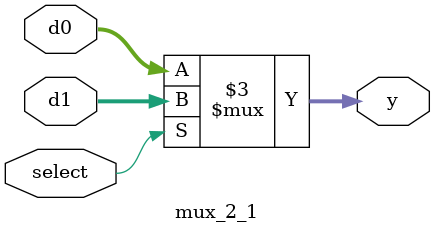
<source format=v>
module mux_2_1_5 (input [4:0] d0, d1, input select, output reg [4:0] y);
	always@ (*) begin
		if(select) y = d1;
		else y = d0;
	end
endmodule

//-------------------------------------------------------------------------------------------------------------------------------------------------------

module mux_2_1 (input [31:0] d0, d1, input select, output reg [31:0] y);
	always@ (*) begin
		if(select) y = d1;
		else y = d0;
	end
endmodule
</source>
